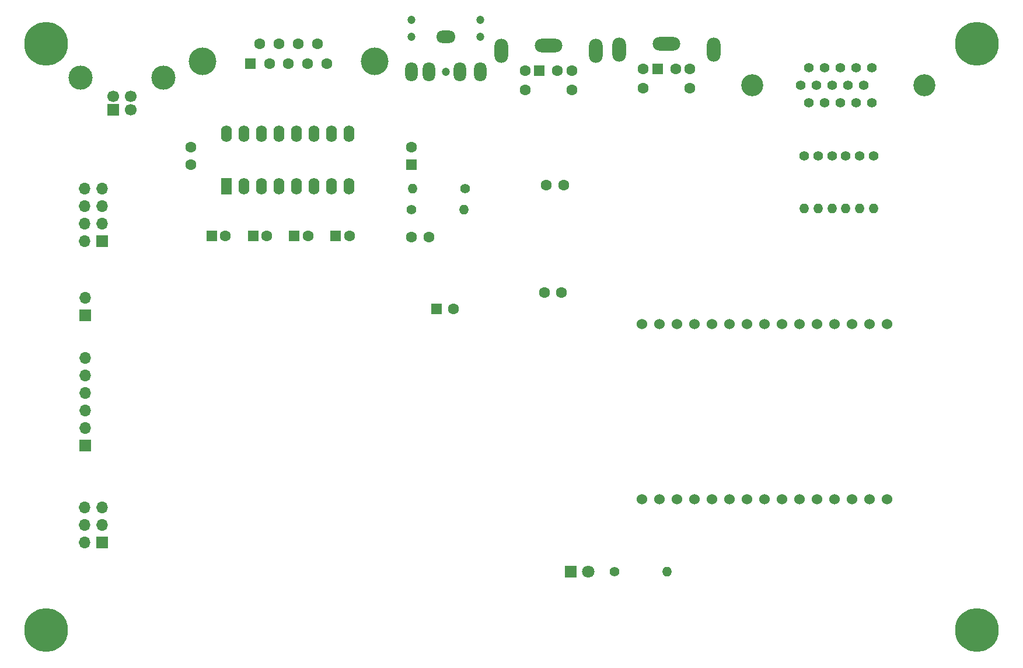
<source format=gbr>
G04 #@! TF.GenerationSoftware,KiCad,Pcbnew,(7.0.0)*
G04 #@! TF.CreationDate,2024-08-17T07:47:08-04:00*
G04 #@! TF.ProjectId,ESP32-TERM,45535033-322d-4544-9552-4d2e6b696361,1*
G04 #@! TF.SameCoordinates,Original*
G04 #@! TF.FileFunction,Soldermask,Bot*
G04 #@! TF.FilePolarity,Negative*
%FSLAX46Y46*%
G04 Gerber Fmt 4.6, Leading zero omitted, Abs format (unit mm)*
G04 Created by KiCad (PCBNEW (7.0.0)) date 2024-08-17 07:47:08*
%MOMM*%
%LPD*%
G01*
G04 APERTURE LIST*
%ADD10C,6.350000*%
%ADD11C,1.524000*%
%ADD12C,1.600000*%
%ADD13C,1.400000*%
%ADD14O,1.400000X1.400000*%
%ADD15R,1.600000X1.600000*%
%ADD16O,2.000000X3.500000*%
%ADD17O,4.000000X2.000000*%
%ADD18R,1.700000X1.700000*%
%ADD19O,1.700000X1.700000*%
%ADD20C,3.200000*%
%ADD21C,1.397000*%
%ADD22C,4.000000*%
%ADD23R,1.800000X1.800000*%
%ADD24C,1.800000*%
%ADD25C,1.200000*%
%ADD26O,1.800000X2.800000*%
%ADD27O,2.800000X1.800000*%
%ADD28R,1.600000X2.400000*%
%ADD29O,1.600000X2.400000*%
%ADD30C,1.700000*%
%ADD31C,3.500000*%
G04 APERTURE END LIST*
D10*
X165000000Y10000000D03*
X300000000Y-75000000D03*
X165000000Y-75000000D03*
X300000000Y10000000D03*
D11*
X287000000Y-30600000D03*
X284460000Y-30600000D03*
X281920000Y-30600000D03*
X279380000Y-30600000D03*
X276840000Y-30600000D03*
X274300000Y-30600000D03*
X271760000Y-30600000D03*
X269220000Y-30600000D03*
X266680000Y-30600000D03*
X264140000Y-30600000D03*
X261600000Y-30600000D03*
X259060000Y-30600000D03*
X256520000Y-30600000D03*
X253980000Y-30600000D03*
X251440000Y-30600000D03*
X251440000Y-56000000D03*
X253980000Y-56000000D03*
X256520000Y-56000000D03*
X259060000Y-56000000D03*
X261600000Y-56000000D03*
X264140000Y-56000000D03*
X266680000Y-56000000D03*
X269220000Y-56000000D03*
X271760000Y-56000000D03*
X274300000Y-56000000D03*
X276840000Y-56000000D03*
X279380000Y-56000000D03*
X281920000Y-56000000D03*
X284460000Y-56000000D03*
X287000000Y-56000000D03*
D12*
X218000000Y-18000000D03*
X220500000Y-18000000D03*
X240050000Y-10500000D03*
X237550000Y-10500000D03*
X239756000Y-26000000D03*
X237256000Y-26000000D03*
D13*
X277000000Y-6190000D03*
D14*
X276999999Y-13809999D03*
D13*
X275000000Y-6190000D03*
D14*
X274999999Y-13809999D03*
D13*
X281000000Y-6190000D03*
D14*
X280999999Y-13809999D03*
D13*
X279000000Y-6190000D03*
D14*
X278999999Y-13809999D03*
D13*
X285000000Y-6190000D03*
D14*
X284999999Y-13809999D03*
D13*
X283000000Y-6190000D03*
D14*
X282999999Y-13809999D03*
D13*
X218000000Y-14000000D03*
D14*
X225619999Y-13999999D03*
D13*
X225810000Y-11000000D03*
D14*
X218189999Y-10999999D03*
D15*
X253699999Y6349999D03*
D12*
X256300000Y6350000D03*
X251600000Y6350000D03*
X258400000Y6350000D03*
X251600000Y3550000D03*
X258400000Y3550000D03*
D16*
X261849999Y9199999D03*
D17*
X254999999Y9999999D03*
D16*
X248149999Y9199999D03*
D18*
X170669999Y-48239999D03*
D19*
X170669999Y-45699999D03*
X170669999Y-43159999D03*
X170669999Y-40619999D03*
X170669999Y-38079999D03*
X170669999Y-35539999D03*
D20*
X292427010Y4000000D03*
X267438490Y4000000D03*
D21*
X275622370Y1460000D03*
X277913450Y1460000D03*
X280199450Y1460000D03*
X282493070Y1460000D03*
X284781610Y1460000D03*
X274476830Y4000000D03*
X276767910Y4000000D03*
X279058990Y4000000D03*
X281347530Y4000000D03*
X283638610Y4000000D03*
X275622370Y6540000D03*
X277913450Y6540000D03*
X280201990Y6537460D03*
X282493070Y6540000D03*
X284781610Y6540000D03*
D22*
X212655000Y7460000D03*
X187655000Y7460000D03*
D15*
X194614999Y7159999D03*
D12*
X197385000Y7160000D03*
X200155000Y7160000D03*
X202925000Y7160000D03*
X205695000Y7160000D03*
X196000000Y10000000D03*
X198770000Y10000000D03*
X201540000Y10000000D03*
X204310000Y10000000D03*
X186000000Y-5000000D03*
X186000000Y-7500000D03*
D15*
X221599999Y-28399999D03*
D12*
X224100000Y-28400000D03*
D15*
X217999999Y-7499999D03*
D12*
X218000000Y-5000000D03*
D18*
X173119999Y-18559999D03*
D19*
X170579999Y-18559999D03*
X173119999Y-16019999D03*
X170579999Y-16019999D03*
X173119999Y-13479999D03*
X170579999Y-13479999D03*
X173119999Y-10939999D03*
X170579999Y-10939999D03*
D13*
X247480000Y-66500000D03*
D14*
X255099999Y-66499999D03*
D15*
X206999999Y-17794999D03*
D12*
X209000000Y-17795000D03*
D15*
X200999999Y-17794999D03*
D12*
X203000000Y-17795000D03*
D15*
X188999999Y-17794999D03*
D12*
X191000000Y-17795000D03*
D18*
X170654999Y-29304999D03*
D19*
X170654999Y-26764999D03*
D15*
X236549999Y6149999D03*
D12*
X239150000Y6150000D03*
X234450000Y6150000D03*
X241250000Y6150000D03*
X234450000Y3350000D03*
X241250000Y3350000D03*
D16*
X244699999Y8999999D03*
D17*
X237849999Y9799999D03*
D16*
X230999999Y8999999D03*
D23*
X241124999Y-66499999D03*
D24*
X243665000Y-66500000D03*
D15*
X194999999Y-17794999D03*
D12*
X197000000Y-17795000D03*
D25*
X218000000Y13500000D03*
X218000000Y11000000D03*
X223000000Y6000000D03*
X228000000Y13500000D03*
X228000000Y11000000D03*
D26*
X227999999Y5999999D03*
X224999999Y5999999D03*
D27*
X222999999Y10999999D03*
D26*
X217999999Y5999999D03*
X220499999Y5999999D03*
D28*
X191124999Y-10619999D03*
D29*
X193664999Y-10619999D03*
X196204999Y-10619999D03*
X198744999Y-10619999D03*
X201284999Y-10619999D03*
X203824999Y-10619999D03*
X206364999Y-10619999D03*
X208904999Y-10619999D03*
X208904999Y-2999999D03*
X206364999Y-2999999D03*
X203824999Y-2999999D03*
X201284999Y-2999999D03*
X198744999Y-2999999D03*
X196204999Y-2999999D03*
X193664999Y-2999999D03*
X191124999Y-2999999D03*
D18*
X173139999Y-62244999D03*
D19*
X170599999Y-62244999D03*
X173139999Y-59704999D03*
X170599999Y-59704999D03*
X173139999Y-57164999D03*
X170599999Y-57164999D03*
D18*
X174749999Y422499D03*
D30*
X177250000Y422500D03*
X177250000Y2422500D03*
X174750000Y2422500D03*
D31*
X169980000Y5132500D03*
X182020000Y5132500D03*
M02*

</source>
